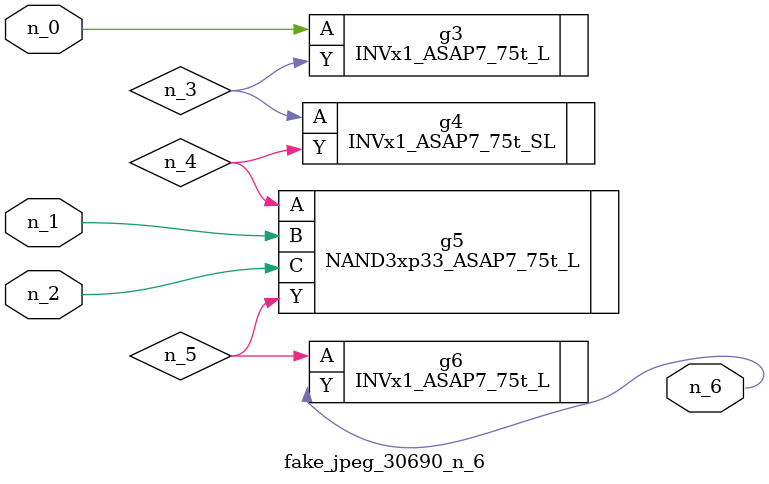
<source format=v>
module fake_jpeg_30690_n_6 (n_0, n_2, n_1, n_6);

input n_0;
input n_2;
input n_1;

output n_6;

wire n_3;
wire n_4;
wire n_5;

INVx1_ASAP7_75t_L g3 ( 
.A(n_0),
.Y(n_3)
);

INVx1_ASAP7_75t_SL g4 ( 
.A(n_3),
.Y(n_4)
);

NAND3xp33_ASAP7_75t_L g5 ( 
.A(n_4),
.B(n_1),
.C(n_2),
.Y(n_5)
);

INVx1_ASAP7_75t_L g6 ( 
.A(n_5),
.Y(n_6)
);


endmodule
</source>
